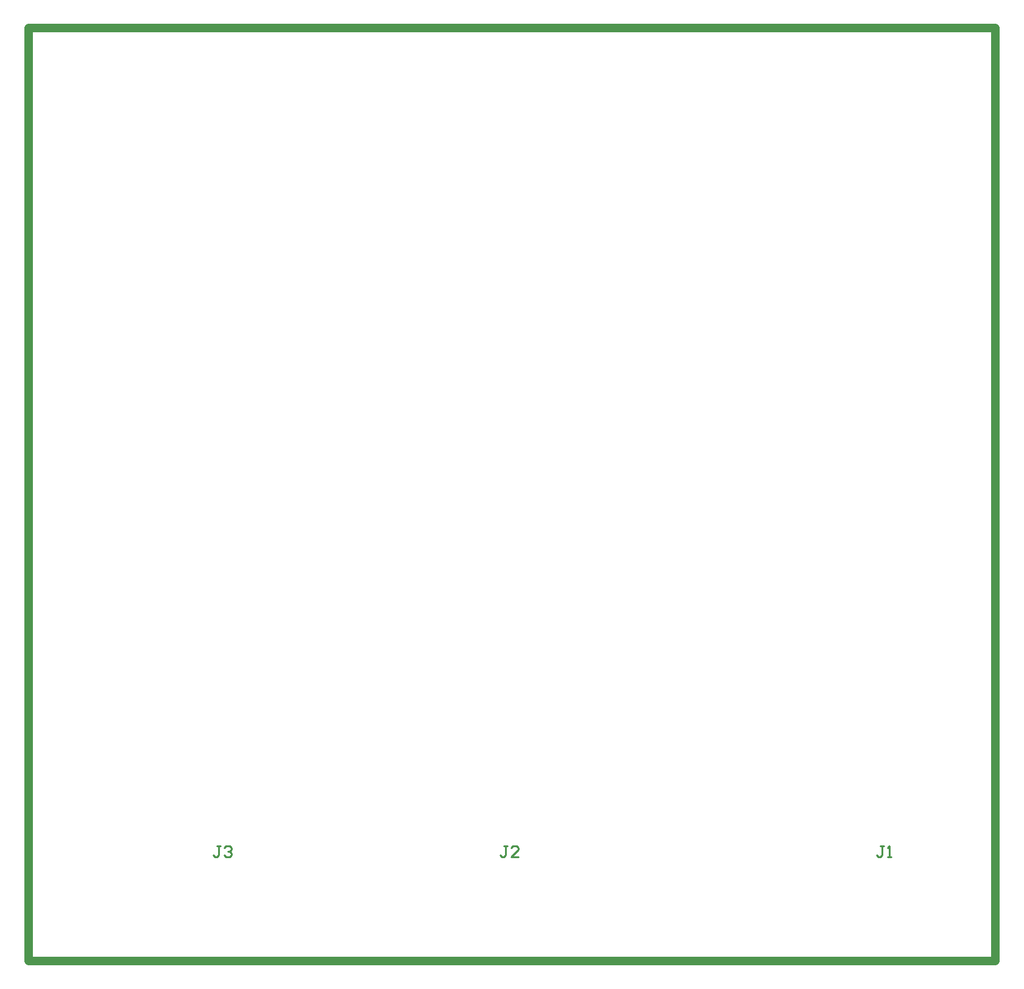
<source format=gto>
%FSTAX23Y23*%
%MOIN*%
%SFA1B1*%

%IPPOS*%
%ADD16C,0.047244*%
%ADD27C,0.009843*%
%LNbackplane-1*%
%LPD*%
G54D16*
X03729Y0674D02*
Y01629D01*
Y0674D02*
X0902D01*
Y01629*
X03729D02*
X0902D01*
G54D27*
X08409Y02259D02*
X0839D01*
X084*
Y02209*
X0839Y022*
X08379*
X0837Y02209*
X08429Y022D02*
X0845D01*
X0844*
Y02259*
X08429Y0225*
X0635Y02259D02*
X06329D01*
X0634*
Y02209*
X06329Y022*
X0632*
X06309Y02209*
X06409Y022D02*
X0637D01*
X06409Y0224*
Y0225*
X064Y02259*
X06379*
X0637Y0225*
X04779Y02259D02*
X04759D01*
X0477*
Y02209*
X04759Y022*
X0475*
X0474Y02209*
X048Y0225D02*
X04809Y02259D01*
X04829*
X0484Y0225*
Y0224*
X04829Y02229*
X0482*
X04829*
X0484Y0222*
Y02209*
X04829Y022*
X04809*
X048Y02209*
M02*
</source>
